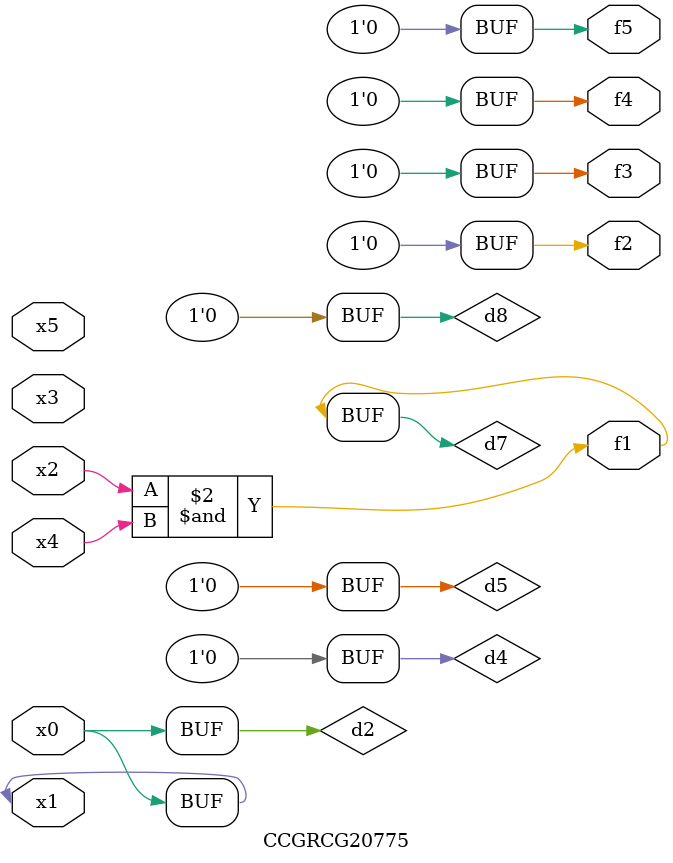
<source format=v>
module CCGRCG20775(
	input x0, x1, x2, x3, x4, x5,
	output f1, f2, f3, f4, f5
);

	wire d1, d2, d3, d4, d5, d6, d7, d8, d9;

	nand (d1, x1);
	buf (d2, x0, x1);
	nand (d3, x2, x4);
	and (d4, d1, d2);
	and (d5, d1, d2);
	nand (d6, d1, d3);
	not (d7, d3);
	xor (d8, d5);
	nor (d9, d5, d6);
	assign f1 = d7;
	assign f2 = d8;
	assign f3 = d8;
	assign f4 = d8;
	assign f5 = d8;
endmodule

</source>
